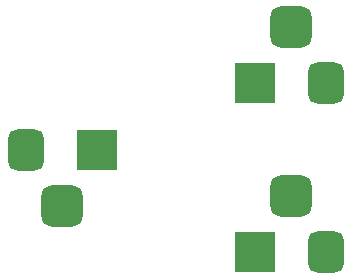
<source format=gbr>
%TF.GenerationSoftware,KiCad,Pcbnew,7.0.1*%
%TF.CreationDate,2024-02-10T15:33:11+01:00*%
%TF.ProjectId,Carte,43617274-652e-46b6-9963-61645f706362,rev?*%
%TF.SameCoordinates,Original*%
%TF.FileFunction,Copper,L2,Bot*%
%TF.FilePolarity,Positive*%
%FSLAX46Y46*%
G04 Gerber Fmt 4.6, Leading zero omitted, Abs format (unit mm)*
G04 Created by KiCad (PCBNEW 7.0.1) date 2024-02-10 15:33:11*
%MOMM*%
%LPD*%
G01*
G04 APERTURE LIST*
G04 Aperture macros list*
%AMRoundRect*
0 Rectangle with rounded corners*
0 $1 Rounding radius*
0 $2 $3 $4 $5 $6 $7 $8 $9 X,Y pos of 4 corners*
0 Add a 4 corners polygon primitive as box body*
4,1,4,$2,$3,$4,$5,$6,$7,$8,$9,$2,$3,0*
0 Add four circle primitives for the rounded corners*
1,1,$1+$1,$2,$3*
1,1,$1+$1,$4,$5*
1,1,$1+$1,$6,$7*
1,1,$1+$1,$8,$9*
0 Add four rect primitives between the rounded corners*
20,1,$1+$1,$2,$3,$4,$5,0*
20,1,$1+$1,$4,$5,$6,$7,0*
20,1,$1+$1,$6,$7,$8,$9,0*
20,1,$1+$1,$8,$9,$2,$3,0*%
G04 Aperture macros list end*
%TA.AperFunction,ComponentPad*%
%ADD10RoundRect,0.875000X0.875000X0.875000X-0.875000X0.875000X-0.875000X-0.875000X0.875000X-0.875000X0*%
%TD*%
%TA.AperFunction,ComponentPad*%
%ADD11RoundRect,0.750000X0.750000X1.000000X-0.750000X1.000000X-0.750000X-1.000000X0.750000X-1.000000X0*%
%TD*%
%TA.AperFunction,ComponentPad*%
%ADD12R,3.500000X3.500000*%
%TD*%
%TA.AperFunction,ComponentPad*%
%ADD13RoundRect,0.750000X-0.750000X-1.000000X0.750000X-1.000000X0.750000X1.000000X-0.750000X1.000000X0*%
%TD*%
%TA.AperFunction,ComponentPad*%
%ADD14RoundRect,0.875000X-0.875000X-0.875000X0.875000X-0.875000X0.875000X0.875000X-0.875000X0.875000X0*%
%TD*%
G04 APERTURE END LIST*
D10*
%TO.P,J3,3*%
%TO.N,Net-(J1-Pin_2)*%
X111300000Y-68960000D03*
D11*
%TO.P,J3,2,Pin_2*%
X114300000Y-73660000D03*
D12*
%TO.P,J3,1,Pin_1*%
X108300000Y-73660000D03*
%TD*%
%TO.P,J2,1,Pin_1*%
%TO.N,Net-(J1-Pin_1)*%
X108300000Y-59377500D03*
D11*
%TO.P,J2,2,Pin_2*%
%TO.N,Net-(J1-Pin_2)*%
X114300000Y-59377500D03*
D10*
%TO.P,J2,3*%
%TO.N,N/C*%
X111300000Y-54677500D03*
%TD*%
D12*
%TO.P,J1,1,Pin_1*%
%TO.N,Net-(J1-Pin_1)*%
X94900000Y-65082500D03*
D13*
%TO.P,J1,2,Pin_2*%
%TO.N,Net-(J1-Pin_2)*%
X88900000Y-65082500D03*
D14*
%TO.P,J1,3*%
X91900000Y-69782500D03*
%TD*%
M02*

</source>
